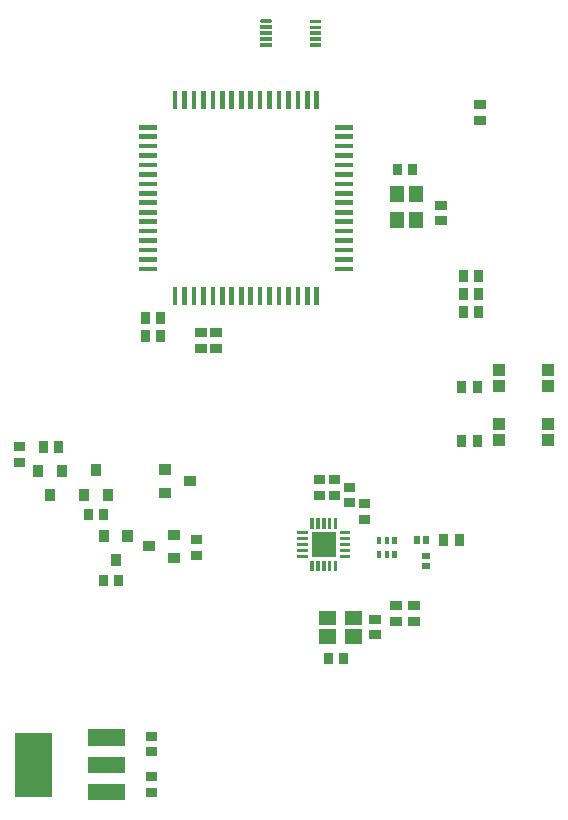
<source format=gbr>
G04 start of page 9 for group -4015 idx -4015 *
G04 Title: (unknown), toppaste *
G04 Creator: pcb 20110918 *
G04 CreationDate: Sun 02 Feb 2014 07:13:27 PM GMT UTC *
G04 For: doho *
G04 Format: Gerber/RS-274X *
G04 PCB-Dimensions: 600000 450000 *
G04 PCB-Coordinate-Origin: lower left *
%MOIN*%
%FSLAX25Y25*%
%LNTOPPASTE*%
%ADD132R,0.0142X0.0142*%
%ADD131R,0.0197X0.0197*%
%ADD130R,0.0120X0.0120*%
%ADD129C,0.0120*%
%ADD128R,0.0157X0.0157*%
%ADD127R,0.1220X0.1220*%
%ADD126R,0.0560X0.0560*%
%ADD125C,0.0001*%
%ADD124R,0.0110X0.0110*%
%ADD123R,0.0472X0.0472*%
%ADD122R,0.0295X0.0295*%
%ADD121R,0.0340X0.0340*%
G54D121*X60700Y213000D02*X61300D01*
X60700Y220800D02*X61300D01*
X52500Y216900D02*X53100D01*
G54D122*X119008Y231441D02*X119992D01*
X119008Y236559D02*X119992D01*
G54D121*X31100Y234300D02*Y233700D01*
X38900Y234300D02*Y233700D01*
X35000Y242500D02*Y241900D01*
G54D123*X135350Y334724D02*Y333937D01*
Y326063D02*Y325276D01*
X141650Y326063D02*Y325276D01*
Y334724D02*Y333937D01*
G54D122*X134508Y191941D02*X135492D01*
X134508Y197059D02*X135492D01*
G54D123*X120437Y193150D02*X121224D01*
X111776D02*X112563D01*
X111776Y186850D02*X112563D01*
X120437D02*X121224D01*
G54D122*X112441Y179992D02*Y179008D01*
X117559Y179992D02*Y179008D01*
G54D124*X102693Y221437D02*X105134D01*
X102693Y219468D02*X105134D01*
X102693Y217500D02*X105134D01*
X102693Y215532D02*X105134D01*
X102693Y213563D02*X105134D01*
X107063Y211634D02*Y209193D01*
X109032Y211634D02*Y209193D01*
X111000Y211634D02*Y209193D01*
X112968Y211634D02*Y209193D01*
X114937Y211634D02*Y209193D01*
X116866Y213563D02*X119307D01*
X116866Y215532D02*X119307D01*
X116866Y217500D02*X119307D01*
X116866Y219468D02*X119307D01*
X116866Y221437D02*X119307D01*
X114937Y225807D02*Y223366D01*
X112968Y225807D02*Y223366D01*
X111000Y225807D02*Y223366D01*
X109032Y225807D02*Y223366D01*
X107063Y225807D02*Y223366D01*
G54D125*G36*
X106866Y221634D02*Y213366D01*
X115134D01*
Y221634D01*
X106866D01*
G37*
G54D122*X124008Y225941D02*X124992D01*
X124008Y231059D02*X124992D01*
X53008Y134941D02*X53992D01*
X53008Y140059D02*X53992D01*
X140508Y191941D02*X141492D01*
X140508Y197059D02*X141492D01*
X114008Y233941D02*X114992D01*
X114008Y239059D02*X114992D01*
X56559Y293492D02*Y292508D01*
X51441Y293492D02*Y292508D01*
X135441Y342992D02*Y342008D01*
X140559Y342992D02*Y342008D01*
X149508Y325441D02*X150492D01*
X149508Y330559D02*X150492D01*
X53008Y153559D02*X53992D01*
X53008Y148441D02*X53992D01*
X37559Y227992D02*Y227008D01*
X32441Y227992D02*Y227008D01*
G54D121*X23600Y242400D02*Y241800D01*
X15800Y242400D02*Y241800D01*
X19700Y234200D02*Y233600D01*
G54D122*X17441Y250492D02*Y249508D01*
X22559Y250492D02*Y249508D01*
X37441Y205992D02*Y205008D01*
X42559Y205992D02*Y205008D01*
X9008Y250059D02*X9992D01*
X9008Y244941D02*X9992D01*
G54D121*X45500Y220800D02*Y220200D01*
X37700Y220800D02*Y220200D01*
X41600Y212600D02*Y212000D01*
G54D122*X157441Y301492D02*Y300508D01*
X162559Y301492D02*Y300508D01*
X127508Y192559D02*X128492D01*
X127508Y187441D02*X128492D01*
G54D126*X35200Y135000D02*X41800D01*
X35200Y144000D02*X41800D01*
X35200Y153100D02*X41800D01*
G54D127*X14100Y148500D02*Y139500D01*
G54D122*X68008Y219059D02*X68992D01*
X68008Y213941D02*X68992D01*
X157441Y295492D02*Y294508D01*
X162559Y295492D02*Y294508D01*
X69508Y282941D02*X70492D01*
X69508Y288059D02*X70492D01*
X157441Y307492D02*Y306508D01*
X162559Y307492D02*Y306508D01*
G54D121*X57700Y242500D02*X58300D01*
X57700Y234700D02*X58300D01*
X65900Y238600D02*X66500D01*
G54D128*X61378Y302654D02*Y298228D01*
X64527Y302654D02*Y298228D01*
X67677Y302654D02*Y298228D01*
X70826Y302654D02*Y298228D01*
X73976Y302654D02*Y298228D01*
X77126Y302654D02*Y298228D01*
X80275Y302654D02*Y298228D01*
X83425Y302654D02*Y298228D01*
X86574Y302654D02*Y298228D01*
X89724Y302654D02*Y298228D01*
X92874Y302654D02*Y298228D01*
X96023Y302654D02*Y298228D01*
X99173Y302654D02*Y298228D01*
X102322Y302654D02*Y298228D01*
X105472Y302654D02*Y298228D01*
X108622Y302654D02*Y298228D01*
X115346Y309378D02*X119772D01*
X115346Y312527D02*X119772D01*
X115346Y315677D02*X119772D01*
X115346Y318826D02*X119772D01*
X115346Y321976D02*X119772D01*
X115346Y325126D02*X119772D01*
X115346Y328275D02*X119772D01*
X115346Y331425D02*X119772D01*
X115346Y334574D02*X119772D01*
X115346Y337724D02*X119772D01*
X115346Y340874D02*X119772D01*
X115346Y344023D02*X119772D01*
X115346Y347173D02*X119772D01*
X115346Y350322D02*X119772D01*
X115346Y353472D02*X119772D01*
X115346Y356622D02*X119772D01*
X108622Y367772D02*Y363346D01*
X105473Y367772D02*Y363346D01*
X102323Y367772D02*Y363346D01*
X99174Y367772D02*Y363346D01*
X96024Y367772D02*Y363346D01*
X92874Y367772D02*Y363346D01*
X89725Y367772D02*Y363346D01*
X86575Y367772D02*Y363346D01*
X83426Y367772D02*Y363346D01*
X80276Y367772D02*Y363346D01*
X77126Y367772D02*Y363346D01*
X73977Y367772D02*Y363346D01*
X70827Y367772D02*Y363346D01*
X67678Y367772D02*Y363346D01*
X64528Y367772D02*Y363346D01*
X61378Y367772D02*Y363346D01*
X50228Y356622D02*X54654D01*
X50228Y353473D02*X54654D01*
X50228Y350323D02*X54654D01*
X50228Y347174D02*X54654D01*
X50228Y344024D02*X54654D01*
X50228Y340874D02*X54654D01*
X50228Y337725D02*X54654D01*
X50228Y334575D02*X54654D01*
X50228Y331426D02*X54654D01*
X50228Y328276D02*X54654D01*
X50228Y325126D02*X54654D01*
X50228Y321977D02*X54654D01*
X50228Y318827D02*X54654D01*
X50228Y315678D02*X54654D01*
X50228Y312528D02*X54654D01*
X50228Y309378D02*X54654D01*
G54D122*X162508Y358941D02*X163492D01*
X162508Y364059D02*X163492D01*
X56559Y287492D02*Y286508D01*
X51441Y287492D02*Y286508D01*
X109008Y233941D02*X109992D01*
X109008Y239059D02*X109992D01*
X74508Y282941D02*X75492D01*
X74508Y288059D02*X75492D01*
G54D125*G36*
X183800Y272400D02*Y268400D01*
X187800D01*
Y272400D01*
X183800D01*
G37*
G36*
X167200D02*Y268400D01*
X171200D01*
Y272400D01*
X167200D01*
G37*
G36*
X183800Y277600D02*Y273600D01*
X187800D01*
Y277600D01*
X183800D01*
G37*
G36*
X167200D02*Y273600D01*
X171200D01*
Y277600D01*
X167200D01*
G37*
G36*
X183800Y254400D02*Y250400D01*
X187800D01*
Y254400D01*
X183800D01*
G37*
G36*
X167200D02*Y250400D01*
X171200D01*
Y254400D01*
X167200D01*
G37*
G36*
X183800Y259600D02*Y255600D01*
X187800D01*
Y259600D01*
X183800D01*
G37*
G36*
X167200D02*Y255600D01*
X171200D01*
Y259600D01*
X167200D01*
G37*
G54D122*X156941Y270492D02*Y269508D01*
X162059Y270492D02*Y269508D01*
X156941Y252492D02*Y251508D01*
X162059Y252492D02*Y251508D01*
G54D129*X90400Y392000D02*X93000D01*
G54D130*X90400Y390000D02*X93000D01*
X90400Y388000D02*X93000D01*
X90400Y386100D02*X93000D01*
X90400Y384100D02*X93000D01*
X106900Y384000D02*X109500D01*
X106900Y386000D02*X109500D01*
X106900Y388000D02*X109500D01*
X106900Y389900D02*X109500D01*
X106900Y391900D02*X109500D01*
G54D131*X141926Y219393D02*Y218607D01*
X145074Y219393D02*Y218607D01*
X144607Y210426D02*X145393D01*
X144607Y213574D02*X145393D01*
G54D132*X134559Y219433D02*Y218488D01*
X132000Y219433D02*Y218488D01*
X129441Y219433D02*Y218488D01*
Y214512D02*Y213567D01*
X132000Y214512D02*Y213567D01*
X134559Y214512D02*Y213567D01*
G54D122*X156059Y219492D02*Y218508D01*
X150941Y219492D02*Y218508D01*
M02*

</source>
